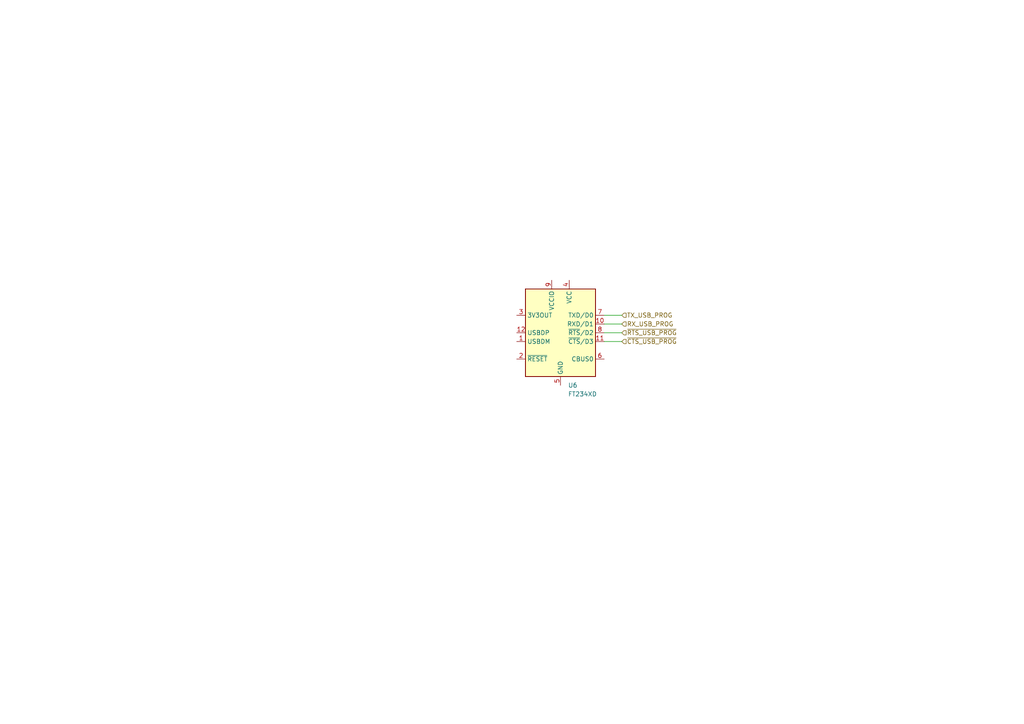
<source format=kicad_sch>
(kicad_sch (version 20231120) (generator "eeschema") (generator_version "8.0")
  (paper "A4")
  (lib_symbols
    (symbol "Interface_USB:FT234XD"
      (property "Reference" "U" (at -15.494 14.986 0))
      (property "Value" "FT234XD" (at -15.494 12.954 0))
      (symbol "FT234XD_0_0"
        (rectangle (start -10.16 12.7) (end 10.16 -12.7) (stroke (width 0.254)) (fill (type background)))
      )
      (symbol "FT234XD_1_0"
        (pin bidirectional line (at -12.7 -2.54 0) (length 2.54) (name "USBDM") (number "1"))
        (pin bidirectional line (at 12.7 2.54 180) (length 2.54) (name "RXD/D1") (number "10"))
        (pin bidirectional line (at 12.7 -2.54 180) (length 2.54) (name "~{CTS}/D3") (number "11"))
        (pin bidirectional line (at -12.7 0 0) (length 2.54) (name "USBDP") (number "12"))
        (pin passive line (at 0 -15.24 90) (length 2.54) hide (name "GND") (number "13"))
        (pin input line (at -12.7 -7.62 0) (length 2.54) (name "~{RESET}") (number "2"))
        (pin power_out line (at -12.7 5.08 0) (length 2.54) (name "3V3OUT") (number "3"))
        (pin power_in line (at 2.54 15.24 270) (length 2.54) (name "VCC") (number "4"))
        (pin power_in line (at 0 -15.24 90) (length 2.54) (name "GND") (number "5"))
        (pin bidirectional line (at 12.7 -7.62 180) (length 2.54) (name "CBUS0") (number "6"))
        (pin bidirectional line (at 12.7 5.08 180) (length 2.54) (name "TXD/D0") (number "7"))
        (pin bidirectional line (at 12.7 0 180) (length 2.54) (name "~{RTS}/D2") (number "8"))
        (pin power_in line (at -2.54 15.24 270) (length 2.54) (name "VCCIO") (number "9"))
      )
    )
  )
  (wire (pts (xy 175.26 96.52) (xy 180.34 96.52)))
  (wire (pts (xy 175.26 91.44) (xy 180.34 91.44)))
  (wire (pts (xy 175.26 93.98) (xy 180.34 93.98)))
  (wire (pts (xy 175.26 99.06) (xy 180.34 99.06)))
  (hierarchical_label "TX_USB_PROG" (shape input) (at 180.34 91.44 0))
  (hierarchical_label "~{CTS_USB_PROG}" (shape input) (at 180.34 99.06 0))
  (hierarchical_label "RX_USB_PROG" (shape input) (at 180.34 93.98 0))
  (hierarchical_label "~{RTS_USB_PROG}" (shape input) (at 180.34 96.52 0))
  (symbol (lib_id "Interface_USB:FT234XD") (at 162.56 96.52 0) (unit 1)
    (property "Reference" "U6" (at 164.7541 111.76 0) (effects (justify left)))
    (property "Value" "FT234XD" (at 164.7541 114.3 0) (effects (justify left)))
    (property "Footprint" "Package_DFN_QFN:WDFN-12-1EP_3x3mm_P0.45mm_EP1.7x2.5mm" (effects (hide yes)))
    (property "Datasheet" "https://ftdichip.com/wp-content/uploads/2024/05/DS_FT234XD.pdf" (effects (hide yes)))
    (property "Description" "Full Speed USB to Basic UART, WDFN-12" (effects (hide yes)))
  )
)
</source>
